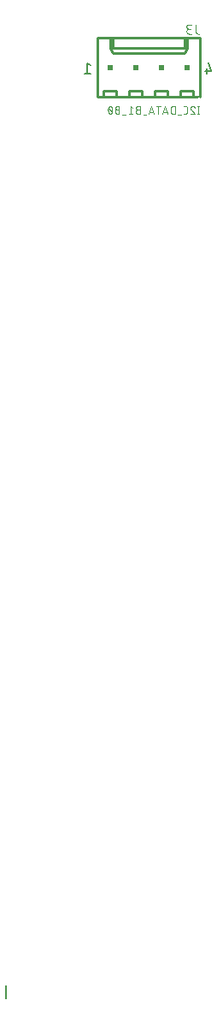
<source format=gbr>
G04 EAGLE Gerber RS-274X export*
G75*
%MOMM*%
%FSLAX34Y34*%
%LPD*%
%INSilkscreen Bottom*%
%IPPOS*%
%AMOC8*
5,1,8,0,0,1.08239X$1,22.5*%
G01*
%ADD10C,0.127000*%
%ADD11C,0.254000*%
%ADD12C,0.177800*%
%ADD13R,0.508000X0.508000*%
%ADD14C,0.101600*%
%ADD15C,0.076200*%
%ADD16C,0.203200*%


D10*
X520700Y546100D02*
X520700Y549910D01*
D11*
X533400Y549910D02*
X533400Y520700D01*
X533400Y549910D02*
X520700Y549910D01*
D10*
X518160Y549910D01*
D11*
X520700Y549910D02*
X508000Y549910D01*
X431800Y549910D02*
X431800Y520700D01*
X431800Y549910D02*
X508000Y549910D01*
X533400Y520700D02*
X533400Y491490D01*
D10*
X509270Y491490D01*
D11*
X431800Y491490D02*
X431800Y520700D01*
X431800Y491490D02*
X509270Y491490D01*
X527050Y491490D02*
X530860Y491490D01*
X527050Y491490D02*
X527050Y497840D01*
X514350Y497840D01*
X514350Y491490D01*
X501650Y491490D02*
X501650Y497840D01*
X488950Y497840D01*
X488950Y491490D01*
X527050Y491490D01*
X514350Y491490D02*
X501650Y491490D01*
X488950Y491490D02*
X476250Y491490D01*
X476250Y497840D01*
X463550Y497840D01*
X463550Y491490D01*
X450850Y491490D01*
X450850Y497840D01*
X438150Y497840D01*
X438150Y491490D01*
X431800Y491490D01*
X520700Y539750D02*
X520700Y549910D01*
X520700Y539750D02*
X518160Y539750D01*
X447040Y539750D01*
X444500Y539750D01*
X444500Y549910D01*
X518160Y534670D02*
X520700Y539750D01*
X518160Y539750D02*
X518160Y549910D01*
X518160Y534670D02*
X447040Y534670D01*
X444500Y539750D01*
X447040Y539750D02*
X447040Y549910D01*
D12*
X424830Y522703D02*
X421796Y525130D01*
X421796Y514208D01*
X424830Y514208D02*
X418762Y514208D01*
X541783Y525638D02*
X544210Y517143D01*
X538142Y517143D01*
X539963Y519570D02*
X539963Y514716D01*
D13*
X520700Y520700D03*
X495300Y520700D03*
X469900Y520700D03*
X444500Y520700D03*
D14*
X529575Y555991D02*
X529575Y563103D01*
X529575Y555991D02*
X529577Y555902D01*
X529583Y555814D01*
X529592Y555726D01*
X529606Y555638D01*
X529623Y555551D01*
X529644Y555465D01*
X529669Y555380D01*
X529698Y555296D01*
X529730Y555213D01*
X529765Y555132D01*
X529805Y555053D01*
X529847Y554975D01*
X529893Y554899D01*
X529942Y554825D01*
X529995Y554754D01*
X530050Y554685D01*
X530109Y554618D01*
X530170Y554554D01*
X530234Y554493D01*
X530301Y554434D01*
X530370Y554379D01*
X530441Y554326D01*
X530515Y554277D01*
X530591Y554231D01*
X530669Y554189D01*
X530748Y554149D01*
X530829Y554114D01*
X530912Y554082D01*
X530996Y554053D01*
X531081Y554028D01*
X531167Y554007D01*
X531254Y553990D01*
X531342Y553976D01*
X531430Y553967D01*
X531518Y553961D01*
X531607Y553959D01*
X532623Y553959D01*
X525248Y553959D02*
X522708Y553959D01*
X522608Y553961D01*
X522509Y553967D01*
X522409Y553977D01*
X522311Y553990D01*
X522212Y554008D01*
X522115Y554029D01*
X522019Y554054D01*
X521923Y554083D01*
X521829Y554116D01*
X521736Y554152D01*
X521645Y554192D01*
X521555Y554236D01*
X521467Y554283D01*
X521381Y554333D01*
X521297Y554387D01*
X521215Y554444D01*
X521136Y554504D01*
X521058Y554568D01*
X520984Y554634D01*
X520912Y554703D01*
X520843Y554775D01*
X520777Y554849D01*
X520713Y554927D01*
X520653Y555006D01*
X520596Y555088D01*
X520542Y555172D01*
X520492Y555258D01*
X520445Y555346D01*
X520401Y555436D01*
X520361Y555527D01*
X520325Y555620D01*
X520292Y555714D01*
X520263Y555810D01*
X520238Y555906D01*
X520217Y556003D01*
X520199Y556102D01*
X520186Y556200D01*
X520176Y556300D01*
X520170Y556399D01*
X520168Y556499D01*
X520170Y556599D01*
X520176Y556698D01*
X520186Y556798D01*
X520199Y556896D01*
X520217Y556995D01*
X520238Y557092D01*
X520263Y557188D01*
X520292Y557284D01*
X520325Y557378D01*
X520361Y557471D01*
X520401Y557562D01*
X520445Y557652D01*
X520492Y557740D01*
X520542Y557826D01*
X520596Y557910D01*
X520653Y557992D01*
X520713Y558071D01*
X520777Y558149D01*
X520843Y558223D01*
X520912Y558295D01*
X520984Y558364D01*
X521058Y558430D01*
X521136Y558494D01*
X521215Y558554D01*
X521297Y558611D01*
X521381Y558665D01*
X521467Y558715D01*
X521555Y558762D01*
X521645Y558806D01*
X521736Y558846D01*
X521829Y558882D01*
X521923Y558915D01*
X522019Y558944D01*
X522115Y558969D01*
X522212Y558990D01*
X522311Y559008D01*
X522409Y559021D01*
X522509Y559031D01*
X522608Y559037D01*
X522708Y559039D01*
X522200Y563103D02*
X525248Y563103D01*
X522200Y563103D02*
X522111Y563101D01*
X522023Y563095D01*
X521935Y563086D01*
X521847Y563072D01*
X521760Y563055D01*
X521674Y563034D01*
X521589Y563009D01*
X521505Y562980D01*
X521422Y562948D01*
X521341Y562913D01*
X521262Y562873D01*
X521184Y562831D01*
X521108Y562785D01*
X521034Y562736D01*
X520963Y562683D01*
X520894Y562628D01*
X520827Y562569D01*
X520763Y562508D01*
X520702Y562444D01*
X520643Y562377D01*
X520588Y562308D01*
X520535Y562237D01*
X520486Y562163D01*
X520440Y562087D01*
X520398Y562009D01*
X520358Y561930D01*
X520323Y561849D01*
X520291Y561766D01*
X520262Y561682D01*
X520237Y561597D01*
X520216Y561511D01*
X520199Y561424D01*
X520185Y561336D01*
X520176Y561248D01*
X520170Y561160D01*
X520168Y561071D01*
X520170Y560982D01*
X520176Y560894D01*
X520185Y560806D01*
X520199Y560718D01*
X520216Y560631D01*
X520237Y560545D01*
X520262Y560460D01*
X520291Y560376D01*
X520323Y560293D01*
X520358Y560212D01*
X520398Y560133D01*
X520440Y560055D01*
X520486Y559979D01*
X520535Y559905D01*
X520588Y559834D01*
X520643Y559765D01*
X520702Y559698D01*
X520763Y559634D01*
X520827Y559573D01*
X520894Y559514D01*
X520963Y559459D01*
X521034Y559406D01*
X521108Y559357D01*
X521184Y559311D01*
X521262Y559269D01*
X521341Y559229D01*
X521422Y559194D01*
X521505Y559162D01*
X521589Y559133D01*
X521674Y559108D01*
X521760Y559087D01*
X521847Y559070D01*
X521935Y559056D01*
X522023Y559047D01*
X522111Y559041D01*
X522200Y559039D01*
X524232Y559039D01*
D15*
X531932Y482458D02*
X531932Y475092D01*
X532750Y475092D02*
X531113Y475092D01*
X531113Y482458D02*
X532750Y482458D01*
X525875Y482459D02*
X525790Y482457D01*
X525705Y482451D01*
X525621Y482441D01*
X525537Y482428D01*
X525453Y482410D01*
X525371Y482389D01*
X525290Y482364D01*
X525210Y482335D01*
X525131Y482302D01*
X525054Y482266D01*
X524979Y482226D01*
X524905Y482183D01*
X524834Y482137D01*
X524765Y482087D01*
X524698Y482034D01*
X524634Y481978D01*
X524573Y481919D01*
X524514Y481858D01*
X524458Y481794D01*
X524405Y481727D01*
X524355Y481658D01*
X524309Y481587D01*
X524266Y481513D01*
X524226Y481438D01*
X524190Y481361D01*
X524157Y481282D01*
X524128Y481202D01*
X524103Y481121D01*
X524082Y481039D01*
X524064Y480955D01*
X524051Y480871D01*
X524041Y480787D01*
X524035Y480702D01*
X524033Y480617D01*
X525875Y482458D02*
X525971Y482456D01*
X526067Y482450D01*
X526162Y482440D01*
X526257Y482427D01*
X526352Y482409D01*
X526445Y482388D01*
X526538Y482363D01*
X526629Y482334D01*
X526720Y482302D01*
X526809Y482266D01*
X526896Y482226D01*
X526982Y482183D01*
X527066Y482137D01*
X527148Y482087D01*
X527228Y482033D01*
X527305Y481977D01*
X527380Y481917D01*
X527453Y481855D01*
X527523Y481789D01*
X527591Y481721D01*
X527656Y481650D01*
X527717Y481577D01*
X527776Y481501D01*
X527832Y481422D01*
X527884Y481342D01*
X527933Y481259D01*
X527979Y481175D01*
X528021Y481089D01*
X528059Y481001D01*
X528094Y480912D01*
X528126Y480821D01*
X524647Y479185D02*
X524587Y479244D01*
X524530Y479306D01*
X524475Y479370D01*
X524424Y479437D01*
X524375Y479506D01*
X524329Y479576D01*
X524286Y479649D01*
X524246Y479723D01*
X524210Y479799D01*
X524177Y479877D01*
X524147Y479956D01*
X524120Y480036D01*
X524097Y480117D01*
X524078Y480199D01*
X524062Y480281D01*
X524049Y480365D01*
X524040Y480449D01*
X524035Y480533D01*
X524033Y480617D01*
X524647Y479184D02*
X528126Y475092D01*
X524033Y475092D01*
X519197Y475092D02*
X517560Y475092D01*
X519197Y475092D02*
X519275Y475094D01*
X519353Y475099D01*
X519430Y475109D01*
X519507Y475122D01*
X519583Y475138D01*
X519658Y475158D01*
X519732Y475182D01*
X519805Y475209D01*
X519877Y475240D01*
X519947Y475274D01*
X520016Y475311D01*
X520082Y475352D01*
X520147Y475396D01*
X520209Y475442D01*
X520269Y475492D01*
X520327Y475544D01*
X520382Y475599D01*
X520434Y475657D01*
X520484Y475717D01*
X520530Y475779D01*
X520574Y475844D01*
X520615Y475911D01*
X520652Y475979D01*
X520686Y476049D01*
X520717Y476121D01*
X520744Y476194D01*
X520768Y476268D01*
X520788Y476343D01*
X520804Y476419D01*
X520817Y476496D01*
X520827Y476573D01*
X520832Y476651D01*
X520834Y476729D01*
X520833Y476729D02*
X520833Y480821D01*
X520834Y480821D02*
X520832Y480899D01*
X520827Y480977D01*
X520817Y481054D01*
X520804Y481131D01*
X520788Y481207D01*
X520768Y481282D01*
X520744Y481356D01*
X520717Y481429D01*
X520686Y481501D01*
X520652Y481571D01*
X520615Y481640D01*
X520574Y481706D01*
X520530Y481771D01*
X520484Y481833D01*
X520434Y481893D01*
X520382Y481951D01*
X520327Y482006D01*
X520269Y482058D01*
X520209Y482108D01*
X520147Y482154D01*
X520082Y482198D01*
X520016Y482239D01*
X519947Y482276D01*
X519877Y482310D01*
X519805Y482341D01*
X519732Y482368D01*
X519658Y482392D01*
X519583Y482412D01*
X519507Y482428D01*
X519430Y482441D01*
X519353Y482451D01*
X519275Y482456D01*
X519197Y482458D01*
X517560Y482458D01*
X515037Y474274D02*
X511763Y474274D01*
X508618Y475092D02*
X508618Y482458D01*
X506572Y482458D01*
X506483Y482456D01*
X506394Y482450D01*
X506305Y482440D01*
X506217Y482427D01*
X506129Y482410D01*
X506042Y482388D01*
X505957Y482363D01*
X505872Y482335D01*
X505789Y482302D01*
X505707Y482266D01*
X505627Y482227D01*
X505549Y482184D01*
X505473Y482138D01*
X505398Y482088D01*
X505326Y482035D01*
X505257Y481979D01*
X505190Y481920D01*
X505125Y481859D01*
X505064Y481794D01*
X505005Y481727D01*
X504949Y481658D01*
X504896Y481586D01*
X504846Y481511D01*
X504800Y481435D01*
X504757Y481357D01*
X504718Y481277D01*
X504682Y481195D01*
X504649Y481112D01*
X504621Y481027D01*
X504596Y480942D01*
X504574Y480855D01*
X504557Y480767D01*
X504544Y480679D01*
X504534Y480590D01*
X504528Y480501D01*
X504526Y480412D01*
X504526Y477138D01*
X504528Y477049D01*
X504534Y476960D01*
X504544Y476871D01*
X504557Y476783D01*
X504574Y476695D01*
X504596Y476608D01*
X504621Y476523D01*
X504649Y476438D01*
X504682Y476355D01*
X504718Y476273D01*
X504757Y476193D01*
X504800Y476115D01*
X504846Y476039D01*
X504896Y475964D01*
X504949Y475892D01*
X505005Y475823D01*
X505064Y475756D01*
X505125Y475691D01*
X505190Y475630D01*
X505257Y475571D01*
X505326Y475515D01*
X505398Y475462D01*
X505473Y475412D01*
X505549Y475366D01*
X505627Y475323D01*
X505707Y475284D01*
X505789Y475248D01*
X505872Y475215D01*
X505957Y475187D01*
X506042Y475162D01*
X506129Y475140D01*
X506217Y475123D01*
X506305Y475110D01*
X506394Y475100D01*
X506483Y475094D01*
X506572Y475092D01*
X508618Y475092D01*
X501469Y475092D02*
X499013Y482458D01*
X496558Y475092D01*
X497172Y476934D02*
X500855Y476934D01*
X492186Y475092D02*
X492186Y482458D01*
X494232Y482458D02*
X490140Y482458D01*
X485358Y482458D02*
X487814Y475092D01*
X482903Y475092D02*
X485358Y482458D01*
X483517Y476934D02*
X487200Y476934D01*
X480412Y474274D02*
X477138Y474274D01*
X473876Y479184D02*
X471829Y479184D01*
X471740Y479182D01*
X471651Y479176D01*
X471562Y479166D01*
X471474Y479153D01*
X471386Y479136D01*
X471299Y479114D01*
X471214Y479089D01*
X471129Y479061D01*
X471046Y479028D01*
X470964Y478992D01*
X470884Y478953D01*
X470806Y478910D01*
X470730Y478864D01*
X470655Y478814D01*
X470583Y478761D01*
X470514Y478705D01*
X470447Y478646D01*
X470382Y478585D01*
X470321Y478520D01*
X470262Y478453D01*
X470206Y478384D01*
X470153Y478312D01*
X470103Y478237D01*
X470057Y478161D01*
X470014Y478083D01*
X469975Y478003D01*
X469939Y477921D01*
X469906Y477838D01*
X469878Y477753D01*
X469853Y477668D01*
X469831Y477581D01*
X469814Y477493D01*
X469801Y477405D01*
X469791Y477316D01*
X469785Y477227D01*
X469783Y477138D01*
X469785Y477049D01*
X469791Y476960D01*
X469801Y476871D01*
X469814Y476783D01*
X469831Y476695D01*
X469853Y476608D01*
X469878Y476523D01*
X469906Y476438D01*
X469939Y476355D01*
X469975Y476273D01*
X470014Y476193D01*
X470057Y476115D01*
X470103Y476039D01*
X470153Y475964D01*
X470206Y475892D01*
X470262Y475823D01*
X470321Y475756D01*
X470382Y475691D01*
X470447Y475630D01*
X470514Y475571D01*
X470583Y475515D01*
X470655Y475462D01*
X470730Y475412D01*
X470806Y475366D01*
X470884Y475323D01*
X470964Y475284D01*
X471046Y475248D01*
X471129Y475215D01*
X471214Y475187D01*
X471299Y475162D01*
X471386Y475140D01*
X471474Y475123D01*
X471562Y475110D01*
X471651Y475100D01*
X471740Y475094D01*
X471829Y475092D01*
X473876Y475092D01*
X473876Y482458D01*
X471829Y482458D01*
X471750Y482456D01*
X471671Y482450D01*
X471592Y482441D01*
X471514Y482428D01*
X471437Y482410D01*
X471361Y482390D01*
X471286Y482365D01*
X471212Y482337D01*
X471139Y482306D01*
X471068Y482270D01*
X470999Y482232D01*
X470932Y482190D01*
X470867Y482145D01*
X470804Y482097D01*
X470743Y482046D01*
X470686Y481992D01*
X470630Y481936D01*
X470578Y481877D01*
X470528Y481815D01*
X470482Y481751D01*
X470438Y481685D01*
X470398Y481617D01*
X470362Y481547D01*
X470328Y481475D01*
X470298Y481401D01*
X470272Y481327D01*
X470249Y481251D01*
X470231Y481174D01*
X470215Y481097D01*
X470204Y481018D01*
X470196Y480940D01*
X470192Y480861D01*
X470192Y480781D01*
X470196Y480702D01*
X470204Y480624D01*
X470215Y480545D01*
X470231Y480468D01*
X470249Y480391D01*
X470272Y480315D01*
X470298Y480241D01*
X470328Y480167D01*
X470362Y480095D01*
X470398Y480025D01*
X470438Y479957D01*
X470482Y479891D01*
X470528Y479827D01*
X470578Y479765D01*
X470630Y479706D01*
X470686Y479650D01*
X470743Y479596D01*
X470804Y479545D01*
X470867Y479497D01*
X470932Y479452D01*
X470999Y479410D01*
X471068Y479372D01*
X471139Y479336D01*
X471212Y479305D01*
X471286Y479277D01*
X471361Y479252D01*
X471437Y479232D01*
X471514Y479214D01*
X471592Y479201D01*
X471671Y479192D01*
X471750Y479186D01*
X471829Y479184D01*
X466922Y480821D02*
X464876Y482458D01*
X464876Y475092D01*
X466922Y475092D02*
X462830Y475092D01*
X459929Y474274D02*
X456655Y474274D01*
X453393Y479184D02*
X451347Y479184D01*
X451258Y479182D01*
X451169Y479176D01*
X451080Y479166D01*
X450992Y479153D01*
X450904Y479136D01*
X450817Y479114D01*
X450732Y479089D01*
X450647Y479061D01*
X450564Y479028D01*
X450482Y478992D01*
X450402Y478953D01*
X450324Y478910D01*
X450248Y478864D01*
X450173Y478814D01*
X450101Y478761D01*
X450032Y478705D01*
X449965Y478646D01*
X449900Y478585D01*
X449839Y478520D01*
X449780Y478453D01*
X449724Y478384D01*
X449671Y478312D01*
X449621Y478237D01*
X449575Y478161D01*
X449532Y478083D01*
X449493Y478003D01*
X449457Y477921D01*
X449424Y477838D01*
X449396Y477753D01*
X449371Y477668D01*
X449349Y477581D01*
X449332Y477493D01*
X449319Y477405D01*
X449309Y477316D01*
X449303Y477227D01*
X449301Y477138D01*
X449303Y477049D01*
X449309Y476960D01*
X449319Y476871D01*
X449332Y476783D01*
X449349Y476695D01*
X449371Y476608D01*
X449396Y476523D01*
X449424Y476438D01*
X449457Y476355D01*
X449493Y476273D01*
X449532Y476193D01*
X449575Y476115D01*
X449621Y476039D01*
X449671Y475964D01*
X449724Y475892D01*
X449780Y475823D01*
X449839Y475756D01*
X449900Y475691D01*
X449965Y475630D01*
X450032Y475571D01*
X450101Y475515D01*
X450173Y475462D01*
X450248Y475412D01*
X450324Y475366D01*
X450402Y475323D01*
X450482Y475284D01*
X450564Y475248D01*
X450647Y475215D01*
X450732Y475187D01*
X450817Y475162D01*
X450904Y475140D01*
X450992Y475123D01*
X451080Y475110D01*
X451169Y475100D01*
X451258Y475094D01*
X451347Y475092D01*
X453393Y475092D01*
X453393Y482458D01*
X451347Y482458D01*
X451268Y482456D01*
X451189Y482450D01*
X451110Y482441D01*
X451032Y482428D01*
X450955Y482410D01*
X450879Y482390D01*
X450804Y482365D01*
X450730Y482337D01*
X450657Y482306D01*
X450586Y482270D01*
X450517Y482232D01*
X450450Y482190D01*
X450385Y482145D01*
X450322Y482097D01*
X450261Y482046D01*
X450204Y481992D01*
X450148Y481936D01*
X450096Y481877D01*
X450046Y481815D01*
X450000Y481751D01*
X449956Y481685D01*
X449916Y481617D01*
X449880Y481547D01*
X449846Y481475D01*
X449816Y481401D01*
X449790Y481327D01*
X449767Y481251D01*
X449749Y481174D01*
X449733Y481097D01*
X449722Y481018D01*
X449714Y480940D01*
X449710Y480861D01*
X449710Y480781D01*
X449714Y480702D01*
X449722Y480624D01*
X449733Y480545D01*
X449749Y480468D01*
X449767Y480391D01*
X449790Y480315D01*
X449816Y480241D01*
X449846Y480167D01*
X449880Y480095D01*
X449916Y480025D01*
X449956Y479957D01*
X450000Y479891D01*
X450046Y479827D01*
X450096Y479765D01*
X450148Y479706D01*
X450204Y479650D01*
X450261Y479596D01*
X450322Y479545D01*
X450385Y479497D01*
X450450Y479452D01*
X450517Y479410D01*
X450586Y479372D01*
X450657Y479336D01*
X450730Y479305D01*
X450804Y479277D01*
X450879Y479252D01*
X450955Y479232D01*
X451032Y479214D01*
X451110Y479201D01*
X451189Y479192D01*
X451268Y479186D01*
X451347Y479184D01*
X446439Y478775D02*
X446437Y478928D01*
X446431Y479081D01*
X446422Y479233D01*
X446408Y479386D01*
X446391Y479538D01*
X446370Y479689D01*
X446345Y479840D01*
X446316Y479990D01*
X446284Y480140D01*
X446247Y480288D01*
X446207Y480436D01*
X446164Y480583D01*
X446116Y480728D01*
X446065Y480872D01*
X446011Y481015D01*
X445952Y481157D01*
X445891Y481296D01*
X445825Y481435D01*
X445799Y481505D01*
X445769Y481574D01*
X445737Y481642D01*
X445700Y481708D01*
X445661Y481772D01*
X445618Y481834D01*
X445573Y481893D01*
X445524Y481951D01*
X445473Y482005D01*
X445419Y482058D01*
X445362Y482107D01*
X445303Y482154D01*
X445242Y482197D01*
X445179Y482238D01*
X445114Y482275D01*
X445047Y482310D01*
X444978Y482340D01*
X444908Y482368D01*
X444837Y482391D01*
X444765Y482412D01*
X444692Y482428D01*
X444618Y482441D01*
X444543Y482451D01*
X444468Y482456D01*
X444393Y482458D01*
X444318Y482456D01*
X444243Y482451D01*
X444168Y482441D01*
X444094Y482428D01*
X444021Y482412D01*
X443949Y482391D01*
X443878Y482368D01*
X443808Y482340D01*
X443739Y482310D01*
X443672Y482275D01*
X443607Y482238D01*
X443544Y482197D01*
X443483Y482154D01*
X443424Y482107D01*
X443367Y482058D01*
X443313Y482005D01*
X443262Y481951D01*
X443214Y481893D01*
X443168Y481834D01*
X443125Y481772D01*
X443086Y481708D01*
X443050Y481642D01*
X443017Y481575D01*
X442987Y481505D01*
X442961Y481435D01*
X442896Y481297D01*
X442834Y481157D01*
X442776Y481015D01*
X442721Y480872D01*
X442670Y480728D01*
X442622Y480583D01*
X442579Y480436D01*
X442539Y480289D01*
X442502Y480140D01*
X442470Y479990D01*
X442441Y479840D01*
X442416Y479689D01*
X442395Y479538D01*
X442378Y479386D01*
X442364Y479233D01*
X442355Y479081D01*
X442349Y478928D01*
X442347Y478775D01*
X446440Y478775D02*
X446438Y478622D01*
X446432Y478469D01*
X446423Y478316D01*
X446409Y478164D01*
X446392Y478012D01*
X446371Y477861D01*
X446346Y477710D01*
X446317Y477559D01*
X446285Y477410D01*
X446248Y477261D01*
X446208Y477114D01*
X446165Y476967D01*
X446117Y476822D01*
X446066Y476677D01*
X446011Y476535D01*
X445953Y476393D01*
X445891Y476253D01*
X445826Y476115D01*
X445825Y476115D02*
X445799Y476045D01*
X445769Y475975D01*
X445737Y475908D01*
X445700Y475842D01*
X445661Y475778D01*
X445618Y475716D01*
X445572Y475657D01*
X445524Y475599D01*
X445473Y475545D01*
X445419Y475492D01*
X445362Y475443D01*
X445303Y475396D01*
X445242Y475353D01*
X445179Y475312D01*
X445114Y475275D01*
X445047Y475240D01*
X444978Y475210D01*
X444908Y475182D01*
X444837Y475159D01*
X444765Y475138D01*
X444692Y475122D01*
X444618Y475109D01*
X444543Y475099D01*
X444468Y475094D01*
X444393Y475092D01*
X442961Y476115D02*
X442896Y476253D01*
X442834Y476393D01*
X442776Y476535D01*
X442721Y476678D01*
X442670Y476822D01*
X442622Y476967D01*
X442579Y477114D01*
X442539Y477262D01*
X442502Y477410D01*
X442470Y477560D01*
X442441Y477710D01*
X442416Y477861D01*
X442395Y478012D01*
X442378Y478164D01*
X442364Y478317D01*
X442355Y478469D01*
X442349Y478622D01*
X442347Y478775D01*
X442961Y476115D02*
X442987Y476044D01*
X443017Y475975D01*
X443050Y475908D01*
X443086Y475842D01*
X443125Y475778D01*
X443168Y475716D01*
X443214Y475657D01*
X443262Y475599D01*
X443313Y475545D01*
X443367Y475492D01*
X443424Y475443D01*
X443483Y475396D01*
X443544Y475353D01*
X443607Y475312D01*
X443672Y475275D01*
X443739Y475240D01*
X443808Y475210D01*
X443878Y475182D01*
X443949Y475159D01*
X444021Y475138D01*
X444094Y475122D01*
X444168Y475109D01*
X444243Y475099D01*
X444318Y475094D01*
X444393Y475092D01*
X446030Y476729D02*
X442756Y480821D01*
D16*
X341440Y-387350D02*
X341440Y-400050D01*
M02*

</source>
